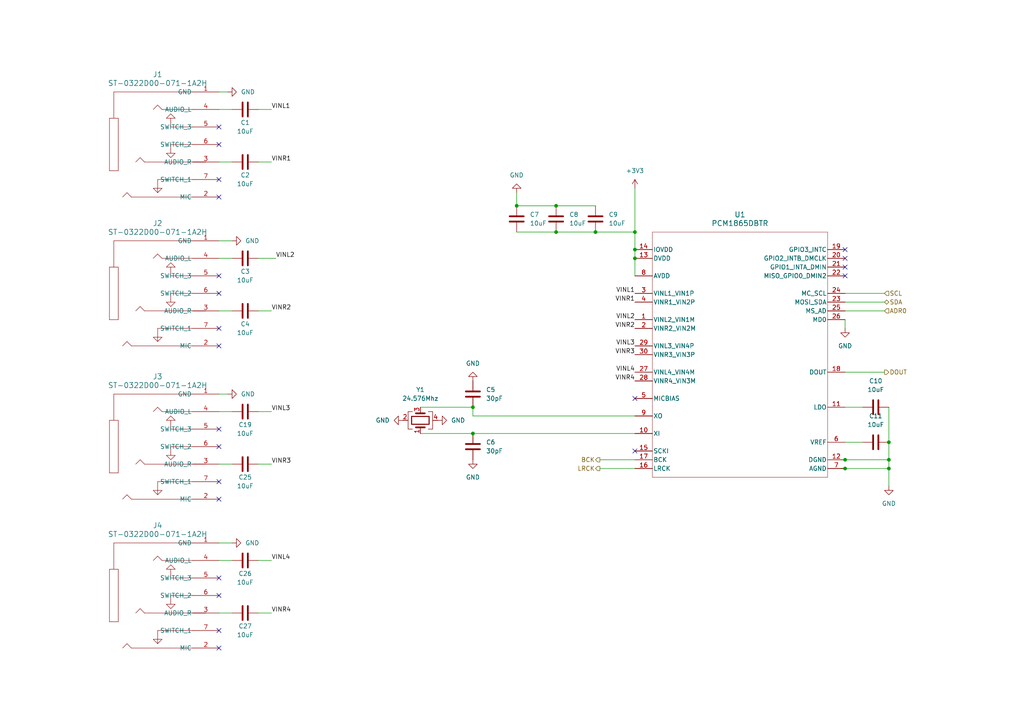
<source format=kicad_sch>
(kicad_sch (version 20231120) (generator "eeschema") (generator_version "8.0")
  (paper "A4")
  (lib_symbols
    (symbol "Endstufe:+3V3" (power) (pin_names (offset 0))
      (property "Value" "+3V3" (at 0 3.556 0))
      (symbol "+3V3_0_1"
        (polyline (pts (xy -0.762 1.27) (xy 0 2.54)))
        (polyline (pts (xy 0 0) (xy 0 2.54)))
        (polyline (pts (xy 0 2.54) (xy 0.762 1.27)))
      )
      (symbol "+3V3_1_1"
        (pin power_in line (at 0 0 90) (length 0) hide (name "+3V3") (number "1"))
      )
    )
    (symbol "Endstufe:C" (pin_numbers hide) (pin_names (offset 0.254))
      (property "Reference" "C" (at 0.635 2.54 0))
      (property "Value" "C" (at 0.635 -2.54 0))
      (symbol "C_0_1"
        (polyline (pts (xy -2.032 -0.762) (xy 2.032 -0.762)) (stroke (width 0.508)))
        (polyline (pts (xy -2.032 0.762) (xy 2.032 0.762)) (stroke (width 0.508)))
      )
      (symbol "C_1_1"
        (pin passive line (at 0 3.81 270) (length 2.794) (name "~") (number "1"))
        (pin passive line (at 0 -3.81 90) (length 2.794) (name "~") (number "2"))
      )
    )
    (symbol "Endstufe:Crystal_GND24" (pin_names (offset 1.016) hide)
      (property "Reference" "Y" (at 3.175 5.08 0))
      (property "Value" "Crystal_GND24" (at 3.175 3.175 0))
      (symbol "Crystal_GND24_0_1"
        (rectangle (start -1.143 2.54) (end 1.143 -2.54) (stroke (width 0.3048)))
        (polyline (pts (xy -2.54 0) (xy -2.032 0)))
        (polyline (pts (xy -2.032 -1.27) (xy -2.032 1.27)) (stroke (width 0.508)))
        (polyline (pts (xy 0 -3.81) (xy 0 -3.556)))
        (polyline (pts (xy 0 3.556) (xy 0 3.81)))
        (polyline (pts (xy 2.032 -1.27) (xy 2.032 1.27)) (stroke (width 0.508)))
        (polyline (pts (xy 2.032 0) (xy 2.54 0)))
        (polyline (pts (xy -2.54 -2.286) (xy -2.54 -3.556) (xy 2.54 -3.556) (xy 2.54 -2.286)))
        (polyline (pts (xy -2.54 2.286) (xy -2.54 3.556) (xy 2.54 3.556) (xy 2.54 2.286)))
      )
      (symbol "Crystal_GND24_1_1"
        (pin passive line (at -3.81 0 0) (length 1.27) (name "1") (number "1"))
        (pin passive line (at 0 5.08 270) (length 1.27) (name "2") (number "2"))
        (pin passive line (at 3.81 0 180) (length 1.27) (name "3") (number "3"))
        (pin passive line (at 0 -5.08 90) (length 1.27) (name "4") (number "4"))
      )
    )
    (symbol "Endstufe:GND" (power) (pin_names (offset 0))
      (property "Value" "GND" (at 0 -3.81 0))
      (symbol "GND_0_1"
        (polyline (pts (xy 0 0) (xy 0 -1.27) (xy 1.27 -1.27) (xy 0 -2.54) (xy -1.27 -1.27) (xy 0 -1.27)))
      )
      (symbol "GND_1_1"
        (pin power_in line (at 0 0 270) (length 0) hide (name "GND") (number "1"))
      )
    )
    (symbol "Endstufe:PCM1865DBTR" (pin_names (offset 0.254))
      (property "Reference" "U" (at 0 2.54 0))
      (property "Value" "PCM1865DBTR" (at 0 0 0))
      (symbol "PCM1865DBTR_0_1"
        (polyline (pts (xy -25.4 -35.56) (xy 25.4 -35.56)) (stroke (width 0.1016)))
        (polyline (pts (xy -25.4 35.56) (xy -25.4 -35.56)) (stroke (width 0.1016)))
        (polyline (pts (xy 25.4 -35.56) (xy 25.4 35.56)) (stroke (width 0.1016)))
        (polyline (pts (xy 25.4 35.56) (xy -25.4 35.56)) (stroke (width 0.1016)))
        (pin input line (at -30.48 10.16 0) (length 5.08) (name "VINL2_VIN1M") (number "1"))
        (pin unspecified line (at -30.48 -22.86 0) (length 5.08) (name "XI") (number "10"))
        (pin output line (at 30.48 -15.24 180) (length 5.08) (name "LDO") (number "11"))
        (pin power_in line (at 30.48 -30.48 180) (length 5.08) (name "DGND") (number "12"))
        (pin power_in line (at -30.48 27.94 0) (length 5.08) (name "DVDD") (number "13"))
        (pin power_in line (at -30.48 30.48 0) (length 5.08) (name "IOVDD") (number "14"))
        (pin input line (at -30.48 -27.94 0) (length 5.08) (name "SCKI") (number "15"))
        (pin bidirectional line (at -30.48 -33.02 0) (length 5.08) (name "LRCK") (number "16"))
        (pin bidirectional line (at -30.48 -30.48 0) (length 5.08) (name "BCK") (number "17"))
        (pin output line (at 30.48 -5.08 180) (length 5.08) (name "DOUT") (number "18"))
        (pin bidirectional line (at 30.48 30.48 180) (length 5.08) (name "GPIO3_INTC") (number "19"))
        (pin input line (at -30.48 7.62 0) (length 5.08) (name "VINR2_VIN2M") (number "2"))
        (pin bidirectional line (at 30.48 27.94 180) (length 5.08) (name "GPIO2_INTB_DMCLK") (number "20"))
        (pin bidirectional line (at 30.48 25.4 180) (length 5.08) (name "GPIO1_INTA_DMIN") (number "21"))
        (pin bidirectional line (at 30.48 22.86 180) (length 5.08) (name "MISO_GPIO0_DMIN2") (number "22"))
        (pin bidirectional line (at 30.48 15.24 180) (length 5.08) (name "MOSI_SDA") (number "23"))
        (pin input line (at 30.48 17.78 180) (length 5.08) (name "MC_SCL") (number "24"))
        (pin input line (at 30.48 12.7 180) (length 5.08) (name "MS_AD") (number "25"))
        (pin input line (at 30.48 10.16 180) (length 5.08) (name "MD0") (number "26"))
        (pin input line (at -30.48 -5.08 0) (length 5.08) (name "VINL4_VIN4M") (number "27"))
        (pin input line (at -30.48 -7.62 0) (length 5.08) (name "VINR4_VIN3M") (number "28"))
        (pin input line (at -30.48 2.54 0) (length 5.08) (name "VINL3_VIN4P") (number "29"))
        (pin input line (at -30.48 17.78 0) (length 5.08) (name "VINL1_VIN1P") (number "3"))
        (pin input line (at -30.48 0 0) (length 5.08) (name "VINR3_VIN3P") (number "30"))
        (pin input line (at -30.48 15.24 0) (length 5.08) (name "VINR1_VIN2P") (number "4"))
        (pin output line (at -30.48 -12.7 0) (length 5.08) (name "MICBIAS") (number "5"))
        (pin unspecified line (at 30.48 -25.4 180) (length 5.08) (name "VREF") (number "6"))
        (pin power_in line (at 30.48 -33.02 180) (length 5.08) (name "AGND") (number "7"))
        (pin power_in line (at -30.48 22.86 0) (length 5.08) (name "AVDD") (number "8"))
        (pin unspecified line (at -30.48 -17.78 0) (length 5.08) (name "XO") (number "9"))
      )
    )
    (symbol "Endstufe:ST-0322D00-071-1A2H" (pin_names (offset 0.254))
      (property "Reference" "J" (at -15.24 7.62 0))
      (property "Value" "ST-0322D00-071-1A2H" (at -15.24 5.08 0))
      (symbol "ST-0322D00-071-1A2H_0_1"
        (polyline (pts (xy -31.75 -22.86) (xy -31.75 -7.62)) (stroke (width 0.127)))
        (polyline (pts (xy -31.75 -7.62) (xy -29.21 -7.62)) (stroke (width 0.127)))
        (polyline (pts (xy -30.48 0) (xy -30.48 -7.62)) (stroke (width 0.127)))
        (polyline (pts (xy -29.21 -22.86) (xy -31.75 -22.86)) (stroke (width 0.127)))
        (polyline (pts (xy -29.21 -7.62) (xy -29.21 -22.86)) (stroke (width 0.127)))
        (polyline (pts (xy -26.67 -29.21) (xy -27.94 -30.48)) (stroke (width 0.127)))
        (polyline (pts (xy -26.67 -29.21) (xy -25.4 -30.48)) (stroke (width 0.127)))
        (polyline (pts (xy -22.86 -19.05) (xy -24.13 -20.32)) (stroke (width 0.127)))
        (polyline (pts (xy -22.86 -19.05) (xy -21.59 -20.32)) (stroke (width 0.127)))
        (polyline (pts (xy -19.05 -27.94) (xy -17.78 -27.94)) (stroke (width 0.127)))
        (polyline (pts (xy -17.78 -29.21) (xy -19.05 -27.94)) (stroke (width 0.127)))
        (polyline (pts (xy -17.78 -29.21) (xy -16.51 -27.94)) (stroke (width 0.127)))
        (polyline (pts (xy -17.78 -27.94) (xy -16.51 -27.94)) (stroke (width 0.127)))
        (polyline (pts (xy -17.78 -25.4) (xy -17.78 -29.21)) (stroke (width 0.127)))
        (polyline (pts (xy -17.78 -3.81) (xy -19.05 -5.08)) (stroke (width 0.127)))
        (polyline (pts (xy -17.78 -3.81) (xy -16.51 -5.08)) (stroke (width 0.127)))
        (polyline (pts (xy -15.24 -7.62) (xy -13.97 -6.35)) (stroke (width 0.127)))
        (polyline (pts (xy -13.97 -19.05) (xy -15.24 -17.78)) (stroke (width 0.127)))
        (polyline (pts (xy -13.97 -17.78) (xy -15.24 -17.78)) (stroke (width 0.127)))
        (polyline (pts (xy -13.97 -17.78) (xy -12.7 -17.78)) (stroke (width 0.127)))
        (polyline (pts (xy -13.97 -15.24) (xy -13.97 -17.78)) (stroke (width 0.127)))
        (polyline (pts (xy -13.97 -10.16) (xy -13.97 -7.62)) (stroke (width 0.127)))
        (polyline (pts (xy -13.97 -7.62) (xy -15.24 -7.62)) (stroke (width 0.127)))
        (polyline (pts (xy -13.97 -7.62) (xy -12.7 -7.62)) (stroke (width 0.127)))
        (polyline (pts (xy -12.7 -17.78) (xy -13.97 -19.05)) (stroke (width 0.127)))
        (polyline (pts (xy -12.7 -7.62) (xy -13.97 -6.35)) (stroke (width 0.127)))
        (polyline (pts (xy -7.62 -30.48) (xy -25.4 -30.48)) (stroke (width 0.127)))
        (polyline (pts (xy -7.62 -25.4) (xy -17.78 -25.4)) (stroke (width 0.127)))
        (polyline (pts (xy -7.62 -15.24) (xy -13.97 -15.24)) (stroke (width 0.127)))
        (polyline (pts (xy -7.62 -10.16) (xy -13.97 -10.16)) (stroke (width 0.127)))
        (polyline (pts (xy -7.62 -5.08) (xy -16.51 -5.08)) (stroke (width 0.127)))
        (polyline (pts (xy -7.62 0) (xy -30.48 0)) (stroke (width 0.127)))
        (polyline (pts (xy -3.81 -20.32) (xy -21.59 -20.32)) (stroke (width 0.127)))
        (pin power_out line (at 0 0 180) (length 7.62) (name "GND") (number "1"))
        (pin unspecified line (at 0 -30.48 180) (length 7.62) (name "MIC") (number "2"))
        (pin unspecified line (at 0 -20.32 180) (length 7.62) (name "AUDIO_R") (number "3"))
        (pin unspecified line (at 0 -5.08 180) (length 7.62) (name "AUDIO_L") (number "4"))
        (pin unspecified line (at 0 -10.16 180) (length 7.62) (name "SWITCH_3") (number "5"))
        (pin bidirectional line (at 0 -15.24 180) (length 7.62) (name "SWITCH_2") (number "6"))
        (pin bidirectional line (at 0 -25.4 180) (length 7.62) (name "SWITCH_1") (number "7"))
      )
    )
  )
  (junction (at 257.81 128.27))
  (junction (at 184.15 72.39))
  (junction (at 172.72 67.31))
  (junction (at 245.11 135.89))
  (junction (at 149.86 59.69))
  (junction (at 257.81 135.89))
  (junction (at 257.81 133.35))
  (junction (at 137.16 118.11))
  (junction (at 245.11 133.35))
  (junction (at 184.15 74.93))
  (junction (at 161.29 59.69))
  (junction (at 184.15 67.31))
  (junction (at 161.29 67.31))
  (junction (at 137.16 125.73))
  (no_connect (at 63.5 52.07))
  (no_connect (at 63.5 85.09))
  (no_connect (at 63.5 129.54))
  (no_connect (at 63.5 124.46))
  (no_connect (at 63.5 80.01))
  (no_connect (at 63.5 144.78))
  (no_connect (at 245.11 72.39))
  (no_connect (at 63.5 187.96))
  (no_connect (at 184.15 115.57))
  (no_connect (at 63.5 41.91))
  (no_connect (at 245.11 80.01))
  (no_connect (at 63.5 139.7))
  (no_connect (at 63.5 167.64))
  (no_connect (at 63.5 100.33))
  (no_connect (at 184.15 130.81))
  (no_connect (at 245.11 74.93))
  (no_connect (at 63.5 182.88))
  (no_connect (at 63.5 36.83))
  (no_connect (at 63.5 57.15))
  (no_connect (at 63.5 172.72))
  (no_connect (at 245.11 77.47))
  (no_connect (at 63.5 95.25))
  (wire (pts (xy 243.84 133.35) (xy 245.11 133.35)))
  (wire (pts (xy 78.74 177.8) (xy 74.93 177.8)))
  (wire (pts (xy 184.15 120.65) (xy 137.16 120.65)))
  (wire (pts (xy 257.81 128.27) (xy 257.81 133.35)))
  (wire (pts (xy 245.11 87.63) (xy 256.54 87.63)))
  (wire (pts (xy 80.01 74.93) (xy 74.93 74.93)))
  (wire (pts (xy 63.5 31.75) (xy 67.31 31.75)))
  (wire (pts (xy 184.15 67.31) (xy 184.15 72.39)))
  (wire (pts (xy 250.19 118.11) (xy 245.11 118.11)))
  (wire (pts (xy 63.5 46.99) (xy 67.31 46.99)))
  (wire (pts (xy 149.86 55.88) (xy 149.86 59.69)))
  (wire (pts (xy 184.15 74.93) (xy 184.15 80.01)))
  (wire (pts (xy 137.16 120.65) (xy 137.16 118.11)))
  (wire (pts (xy 172.72 67.31) (xy 184.15 67.31)))
  (wire (pts (xy 67.31 69.85) (xy 63.5 69.85)))
  (wire (pts (xy 184.15 125.73) (xy 137.16 125.73)))
  (wire (pts (xy 63.5 74.93) (xy 67.31 74.93)))
  (wire (pts (xy 63.5 177.8) (xy 67.31 177.8)))
  (wire (pts (xy 257.81 118.11) (xy 257.81 128.27)))
  (wire (pts (xy 63.5 134.62) (xy 67.31 134.62)))
  (wire (pts (xy 66.04 26.67) (xy 63.5 26.67)))
  (wire (pts (xy 245.11 107.95) (xy 256.54 107.95)))
  (wire (pts (xy 245.11 128.27) (xy 250.19 128.27)))
  (wire (pts (xy 149.86 59.69) (xy 161.29 59.69)))
  (wire (pts (xy 257.81 135.89) (xy 257.81 140.97)))
  (wire (pts (xy 67.31 157.48) (xy 63.5 157.48)))
  (wire (pts (xy 78.74 134.62) (xy 74.93 134.62)))
  (wire (pts (xy 173.99 133.35) (xy 184.15 133.35)))
  (wire (pts (xy 161.29 59.69) (xy 172.72 59.69)))
  (wire (pts (xy 161.29 67.31) (xy 172.72 67.31)))
  (wire (pts (xy 78.74 31.75) (xy 74.93 31.75)))
  (wire (pts (xy 66.04 114.3) (xy 63.5 114.3)))
  (wire (pts (xy 78.74 119.38) (xy 74.93 119.38)))
  (wire (pts (xy 245.11 85.09) (xy 256.54 85.09)))
  (wire (pts (xy 78.74 90.17) (xy 74.93 90.17)))
  (wire (pts (xy 245.11 90.17) (xy 256.54 90.17)))
  (wire (pts (xy 257.81 135.89) (xy 257.81 133.35)))
  (wire (pts (xy 184.15 72.39) (xy 184.15 74.93)))
  (wire (pts (xy 63.5 162.56) (xy 67.31 162.56)))
  (wire (pts (xy 173.99 135.89) (xy 184.15 135.89)))
  (wire (pts (xy 149.86 67.31) (xy 161.29 67.31)))
  (wire (pts (xy 78.74 162.56) (xy 74.93 162.56)))
  (wire (pts (xy 63.5 119.38) (xy 67.31 119.38)))
  (wire (pts (xy 137.16 118.11) (xy 121.92 118.11)))
  (wire (pts (xy 63.5 90.17) (xy 67.31 90.17)))
  (wire (pts (xy 245.11 95.25) (xy 245.11 92.71)))
  (wire (pts (xy 78.74 46.99) (xy 74.93 46.99)))
  (wire (pts (xy 184.15 54.61) (xy 184.15 67.31)))
  (wire (pts (xy 245.11 133.35) (xy 257.81 133.35)))
  (wire (pts (xy 245.11 135.89) (xy 257.81 135.89)))
  (wire (pts (xy 137.16 125.73) (xy 121.92 125.73)))
  (wire (pts (xy 243.84 135.89) (xy 245.11 135.89)))
  (label "VINR3" (at 78.74 134.62 0))
  (label "VINR2" (at 184.15 95.25 180))
  (label "VINL4" (at 184.15 107.95 180))
  (label "VINR1" (at 78.74 46.99 0))
  (label "VINL1" (at 78.74 31.75 0))
  (label "VINL3" (at 78.74 119.38 0))
  (label "VINR4" (at 184.15 110.49 180))
  (label "VINR1" (at 184.15 87.63 180))
  (label "VINR2" (at 78.74 90.17 0))
  (label "VINL4" (at 78.74 162.56 0))
  (label "VINR4" (at 78.74 177.8 0))
  (label "VINL2" (at 184.15 92.71 180))
  (label "VINL1" (at 184.15 85.09 180))
  (label "VINR3" (at 184.15 102.87 180))
  (label "VINL3" (at 184.15 100.33 180))
  (label "VINL2" (at 80.01 74.93 0))
  (hierarchical_label "BCK" (shape output) (at 173.99 133.35 180))
  (hierarchical_label "SDA" (shape bidirectional) (at 256.54 87.63 0))
  (hierarchical_label "DOUT" (shape output) (at 256.54 107.95 0))
  (hierarchical_label "LRCK" (shape output) (at 173.99 135.89 180))
  (hierarchical_label "ADR0" (shape input) (at 256.54 90.17 0))
  (hierarchical_label "SCL" (shape input) (at 256.54 85.09 0))
  (symbol (lib_id "Endstufe:C") (at 254 118.11 90) (unit 1)
    (property "Reference" "C10" (at 254 110.49 90))
    (property "Value" "10uF" (at 254 113.03 90))
    (property "Footprint" "Endstufe:C_0402_1005Metric" (effects (hide yes)))
    (property "LCSC Part #" "C15525" (effects (hide yes)))
  )
  (symbol (lib_id "Endstufe:GND") (at 245.11 95.25 0) (unit 1)
    (property "Reference" "#PWR09" (effects (hide yes)))
    (property "Value" "GND" (at 245.11 100.33 0))
  )
  (symbol (lib_id "Endstufe:C") (at 149.86 63.5 0) (unit 1)
    (property "Reference" "C7" (at 153.67 62.23 0) (effects (justify left)))
    (property "Value" "10uF" (at 153.67 64.77 0) (effects (justify left)))
    (property "Footprint" "Endstufe:C_0402_1005Metric" (effects (hide yes)))
    (property "LCSC Part #" "C15525" (effects (hide yes)))
  )
  (symbol (lib_id "Endstufe:C") (at 71.12 119.38 90) (unit 1)
    (property "Reference" "C19" (at 71.12 123.19 90))
    (property "Value" "10uF" (at 71.12 125.73 90))
    (property "Footprint" "Endstufe:C_0805_2012Metric" (effects (hide yes)))
    (property "LCSC Part #" "C15850" (effects (hide yes)))
  )
  (symbol (lib_id "Endstufe:GND") (at 149.86 55.88 180) (unit 1)
    (property "Reference" "#PWR07" (effects (hide yes)))
    (property "Value" "GND" (at 149.86 50.8 0))
  )
  (symbol (lib_id "Endstufe:GND") (at 66.04 114.3 90) (unit 1)
    (property "Reference" "#PWR029" (effects (hide yes)))
    (property "Value" "GND" (at 69.85 114.3 90) (effects (justify right)))
  )
  (symbol (lib_id "Endstufe:GND") (at 137.16 133.35 0) (unit 1)
    (property "Reference" "#PWR06" (effects (hide yes)))
    (property "Value" "GND" (at 137.16 138.43 0))
  )
  (symbol (lib_id "Endstufe:GND") (at 137.16 110.49 180) (unit 1)
    (property "Reference" "#PWR05" (effects (hide yes)))
    (property "Value" "GND" (at 137.16 105.41 0))
  )
  (symbol (lib_id "Endstufe:C") (at 71.12 177.8 90) (unit 1)
    (property "Reference" "C27" (at 71.12 181.61 90))
    (property "Value" "10uF" (at 71.12 184.15 90))
    (property "Footprint" "Endstufe:C_0805_2012Metric" (effects (hide yes)))
    (property "LCSC Part #" "C15850" (effects (hide yes)))
  )
  (symbol (lib_id "Endstufe:ST-0322D00-071-1A2H") (at 63.5 69.85 0) (unit 1)
    (property "Reference" "J2" (at 45.72 64.77 0) (effects (font (size 1.524 1.524))))
    (property "Value" "ST-0322D00-071-1A2H" (at 45.72 67.31 0) (effects (font (size 1.524 1.524))))
    (property "Footprint" "Endstufe:AUDIO-TH_ST-0322D00-071-1A2H" (effects (hide yes)))
    (property "Datasheet" "ST-0322D00-071-1A2H" (effects (hide yes)))
    (property "LCSC Part #" "C2829970" (effects (hide yes)))
    (property "JLCPCB Position Offset" "1.5,-0.1" (effects (hide yes)))
  )
  (symbol (lib_id "Endstufe:PCM1865DBTR") (at 214.63 102.87 0) (unit 1)
    (property "Reference" "U1" (at 214.63 62.23 0) (effects (font (size 1.524 1.524))))
    (property "Value" "PCM1865DBTR" (at 214.63 64.77 0) (effects (font (size 1.524 1.524))))
    (property "Footprint" "Endstufe:TSSOP-30_L7.8-W4.4-P0.50-LS6.4-BL" (effects (hide yes)))
    (property "Datasheet" "PCM1865DBTR" (effects (hide yes)))
    (property "LCSC Part #" "C181312" (effects (hide yes)))
    (property "JLCPCB Rotation Offset" "90" (effects (hide yes)))
  )
  (symbol (lib_id "Endstufe:+3V3") (at 184.15 54.61 0) (unit 1)
    (property "Reference" "#PWR08" (effects (hide yes)))
    (property "Value" "+3V3" (at 184.15 49.53 0))
  )
  (symbol (lib_id "Endstufe:GND") (at 257.81 140.97 0) (unit 1)
    (property "Reference" "#PWR010" (effects (hide yes)))
    (property "Value" "GND" (at 257.81 146.05 0))
  )
  (symbol (lib_id "Endstufe:ST-0322D00-071-1A2H") (at 63.5 26.67 0) (unit 1)
    (property "Reference" "J1" (at 45.72 21.59 0) (effects (font (size 1.524 1.524))))
    (property "Value" "ST-0322D00-071-1A2H" (at 45.72 24.13 0) (effects (font (size 1.524 1.524))))
    (property "Footprint" "Endstufe:AUDIO-TH_ST-0322D00-071-1A2H" (effects (hide yes)))
    (property "Datasheet" "https://datasheet.lcsc.com/lcsc/2105241717_G-Switch-ST-0322D00-071-1A2H_C2829970.pdf" (effects (hide yes)))
    (property "LCSC Part #" "C2829970" (effects (hide yes)))
    (property "JLCPCB Position Offset" "1.5,-0.1" (effects (hide yes)))
  )
  (symbol (lib_id "Endstufe:C") (at 71.12 90.17 90) (unit 1)
    (property "Reference" "C4" (at 71.12 93.98 90))
    (property "Value" "10uF" (at 71.12 96.52 90))
    (property "Footprint" "Endstufe:C_0805_2012Metric" (effects (hide yes)))
    (property "LCSC Part #" "C15850" (effects (hide yes)))
  )
  (symbol (lib_id "Endstufe:C") (at 71.12 31.75 90) (unit 1)
    (property "Reference" "C1" (at 71.12 35.56 90))
    (property "Value" "10uF" (at 71.12 38.1 90))
    (property "Footprint" "Endstufe:C_0805_2012Metric" (effects (hide yes)))
    (property "LCSC Part #" "C15850" (effects (hide yes)))
  )
  (symbol (lib_id "Endstufe:C") (at 71.12 162.56 90) (unit 1)
    (property "Reference" "C26" (at 71.12 166.37 90))
    (property "Value" "10uF" (at 71.12 168.91 90))
    (property "Footprint" "Endstufe:C_0805_2012Metric" (effects (hide yes)))
    (property "LCSC Part #" "C15850" (effects (hide yes)))
  )
  (symbol (lib_id "Endstufe:C") (at 71.12 74.93 90) (unit 1)
    (property "Reference" "C3" (at 71.12 78.74 90))
    (property "Value" "10uF" (at 71.12 81.28 90))
    (property "Footprint" "Endstufe:C_0805_2012Metric" (effects (hide yes)))
    (property "LCSC Part #" "C15850" (effects (hide yes)))
  )
  (symbol (lib_id "Endstufe:C") (at 71.12 46.99 90) (unit 1)
    (property "Reference" "C2" (at 71.12 50.8 90))
    (property "Value" "10uF" (at 71.12 53.34 90))
    (property "Footprint" "Endstufe:C_0805_2012Metric" (effects (hide yes)))
    (property "LCSC Part #" "C15850" (effects (hide yes)))
  )
  (symbol (lib_id "Endstufe:C") (at 172.72 63.5 0) (unit 1)
    (property "Reference" "C9" (at 176.53 62.23 0) (effects (justify left)))
    (property "Value" "10uF" (at 176.53 64.77 0) (effects (justify left)))
    (property "Footprint" "Endstufe:C_0402_1005Metric" (effects (hide yes)))
    (property "LCSC Part #" "C15525" (effects (hide yes)))
  )
  (symbol (lib_id "Endstufe:GND") (at 67.31 69.85 90) (unit 1)
    (property "Reference" "#PWR02" (effects (hide yes)))
    (property "Value" "GND" (at 71.12 69.85 90) (effects (justify right)))
  )
  (symbol (lib_id "Endstufe:C") (at 161.29 63.5 0) (unit 1)
    (property "Reference" "C8" (at 165.1 62.23 0) (effects (justify left)))
    (property "Value" "10uF" (at 165.1 64.77 0) (effects (justify left)))
    (property "Footprint" "Endstufe:C_0402_1005Metric" (effects (hide yes)))
    (property "LCSC Part #" "C15525" (effects (hide yes)))
  )
  (symbol (lib_id "Endstufe:C") (at 71.12 134.62 90) (unit 1)
    (property "Reference" "C25" (at 71.12 138.43 90))
    (property "Value" "10uF" (at 71.12 140.97 90))
    (property "Footprint" "Endstufe:C_0805_2012Metric" (effects (hide yes)))
    (property "LCSC Part #" "C15850" (effects (hide yes)))
  )
  (symbol (lib_id "Endstufe:GND") (at 116.84 121.92 270) (unit 1)
    (property "Reference" "#PWR03" (effects (hide yes)))
    (property "Value" "GND" (at 113.03 121.92 90) (effects (justify right)))
  )
  (symbol (lib_id "Endstufe:C") (at 254 128.27 90) (unit 1)
    (property "Reference" "C11" (at 254 120.65 90))
    (property "Value" "10uF" (at 254 123.19 90))
    (property "Footprint" "Endstufe:C_0402_1005Metric" (effects (hide yes)))
    (property "LCSC Part #" "C15525" (effects (hide yes)))
  )
  (symbol (lib_id "Endstufe:GND") (at 67.31 157.48 90) (unit 1)
    (property "Reference" "#PWR030" (effects (hide yes)))
    (property "Value" "GND" (at 71.12 157.48 90) (effects (justify right)))
  )
  (symbol (lib_id "Endstufe:GND") (at 127 121.92 90) (unit 1)
    (property "Reference" "#PWR04" (effects (hide yes)))
    (property "Value" "GND" (at 130.81 121.92 90) (effects (justify right)))
  )
  (symbol (lib_id "Endstufe:C") (at 137.16 114.3 0) (unit 1)
    (property "Reference" "C5" (at 140.97 113.03 0) (effects (justify left)))
    (property "Value" "30pF" (at 140.97 115.57 0) (effects (justify left)))
    (property "Footprint" "Endstufe:C_0402_1005Metric" (effects (hide yes)))
    (property "LCSC Part #" "C526980" (effects (hide yes)))
  )
  (symbol (lib_id "Endstufe:C") (at 137.16 129.54 0) (unit 1)
    (property "Reference" "C6" (at 140.97 128.27 0) (effects (justify left)))
    (property "Value" "30pF" (at 140.97 130.81 0) (effects (justify left)))
    (property "Footprint" "Endstufe:C_0402_1005Metric" (effects (hide yes)))
    (property "LCSC Part #" "C526980" (effects (hide yes)))
  )
  (symbol (lib_id "Endstufe:GND") (at 66.04 26.67 90) (unit 1)
    (property "Reference" "#PWR01" (effects (hide yes)))
    (property "Value" "GND" (at 69.85 26.67 90) (effects (justify right)))
  )
  (symbol (lib_id "Endstufe:ST-0322D00-071-1A2H") (at 63.5 114.3 0) (unit 1)
    (property "Reference" "J3" (at 45.72 109.22 0) (effects (font (size 1.524 1.524))))
    (property "Value" "ST-0322D00-071-1A2H" (at 45.72 111.76 0) (effects (font (size 1.524 1.524))))
    (property "Footprint" "Endstufe:AUDIO-TH_ST-0322D00-071-1A2H" (effects (hide yes)))
    (property "Datasheet" "https://datasheet.lcsc.com/lcsc/2105241717_G-Switch-ST-0322D00-071-1A2H_C2829970.pdf" (effects (hide yes)))
    (property "LCSC Part #" "C2829970" (effects (hide yes)))
    (property "JLCPCB Position Offset" "1.5,-0.1" (effects (hide yes)))
  )
  (symbol (lib_id "Endstufe:ST-0322D00-071-1A2H") (at 63.5 157.48 0) (unit 1)
    (property "Reference" "J4" (at 45.72 152.4 0) (effects (font (size 1.524 1.524))))
    (property "Value" "ST-0322D00-071-1A2H" (at 45.72 154.94 0) (effects (font (size 1.524 1.524))))
    (property "Footprint" "Endstufe:AUDIO-TH_ST-0322D00-071-1A2H" (effects (hide yes)))
    (property "Datasheet" "ST-0322D00-071-1A2H" (effects (hide yes)))
    (property "LCSC Part #" "C2829970" (effects (hide yes)))
    (property "JLCPCB Position Offset" "1.5,-0.1" (effects (hide yes)))
  )
  (symbol (lib_id "Endstufe:Crystal_GND24") (at 121.92 121.92 90) (unit 1)
    (property "Reference" "Y1" (at 121.92 113.03 90))
    (property "Value" "24.576Mhz" (at 121.92 115.57 90))
    (property "Footprint" "Endstufe:OSC-SMD_4P-L3.2-W2.5-BL" (effects (hide yes)))
    (property "LCSC Part #" "C2901683" (effects (hide yes)))
  )
)
</source>
